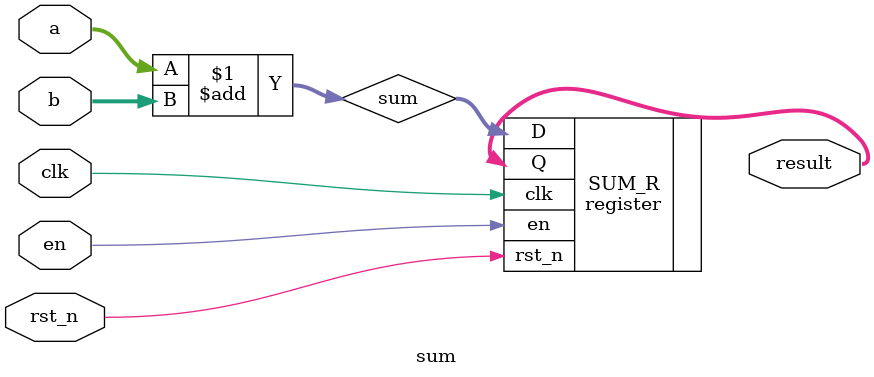
<source format=v>
module sum #(
    parameter WIDTH = 8
) (
    input clk,
    input rst_n,
    input [WIDTH-1:0] a,
    input [WIDTH-1:0] b,
    input en,
    output [WIDTH:0] result
);


  (* use_carry_chain = "yes" *) wire [WIDTH:0] sum;
  assign sum = a + b;
  register #(
      .WIDTH(WIDTH + 1)
  ) SUM_R (
      .clk(clk),
      .rst_n(rst_n),
      .en(en),
      .D(sum),
      .Q(result)
  );


endmodule

</source>
